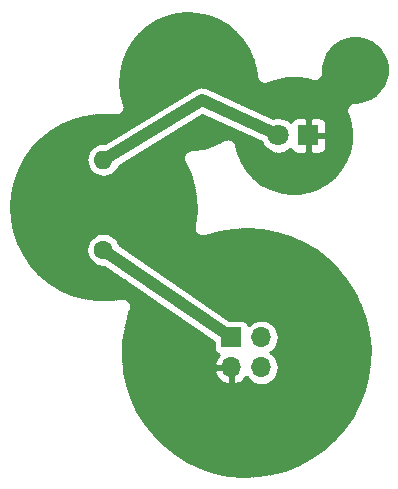
<source format=gbr>
G04 #@! TF.GenerationSoftware,KiCad,Pcbnew,(5.0.0)*
G04 #@! TF.CreationDate,2018-08-31T01:49:10-05:00*
G04 #@! TF.ProjectId,OSHWA Addon,4F53485741204164646F6E2E6B696361,rev?*
G04 #@! TF.SameCoordinates,Original*
G04 #@! TF.FileFunction,Copper,L2,Bot,Signal*
G04 #@! TF.FilePolarity,Positive*
%FSLAX46Y46*%
G04 Gerber Fmt 4.6, Leading zero omitted, Abs format (unit mm)*
G04 Created by KiCad (PCBNEW (5.0.0)) date 08/31/18 01:49:10*
%MOMM*%
%LPD*%
G01*
G04 APERTURE LIST*
G04 #@! TA.AperFunction,ComponentPad*
%ADD10R,1.700000X1.700000*%
G04 #@! TD*
G04 #@! TA.AperFunction,ComponentPad*
%ADD11O,1.700000X1.700000*%
G04 #@! TD*
G04 #@! TA.AperFunction,ComponentPad*
%ADD12R,1.800000X1.800000*%
G04 #@! TD*
G04 #@! TA.AperFunction,ComponentPad*
%ADD13C,1.800000*%
G04 #@! TD*
G04 #@! TA.AperFunction,ComponentPad*
%ADD14C,1.600000*%
G04 #@! TD*
G04 #@! TA.AperFunction,ComponentPad*
%ADD15O,1.600000X1.600000*%
G04 #@! TD*
G04 #@! TA.AperFunction,Conductor*
%ADD16C,1.000000*%
G04 #@! TD*
G04 #@! TA.AperFunction,Conductor*
%ADD17C,0.254000*%
G04 #@! TD*
%ADD18C,0.254000*%
G04 APERTURE END LIST*
D10*
G04 #@! TO.P,J1,1*
G04 #@! TO.N,Net-(J1-Pad1)*
X18730000Y-27730000D03*
D11*
G04 #@! TO.P,J1,2*
G04 #@! TO.N,Net-(J1-Pad2)*
X21270000Y-27730000D03*
G04 #@! TO.P,J1,3*
G04 #@! TO.N,Net-(D1-Pad1)*
X18730000Y-30270000D03*
G04 #@! TO.P,J1,4*
G04 #@! TO.N,Net-(J1-Pad4)*
X21270000Y-30270000D03*
G04 #@! TD*
D12*
G04 #@! TO.P,D1,1*
G04 #@! TO.N,Net-(D1-Pad1)*
X25255115Y-10622036D03*
D13*
G04 #@! TO.P,D1,2*
G04 #@! TO.N,Net-(D1-Pad2)*
X22715115Y-10622036D03*
G04 #@! TD*
D14*
G04 #@! TO.P,R1,1*
G04 #@! TO.N,Net-(J1-Pad1)*
X7909315Y-20296430D03*
D15*
G04 #@! TO.P,R1,2*
G04 #@! TO.N,Net-(D1-Pad2)*
X7909315Y-12676430D03*
G04 #@! TD*
D16*
G04 #@! TO.N,Net-(D1-Pad2)*
X7909315Y-12676430D02*
X16220000Y-7610000D01*
X16220000Y-7610000D02*
X22715115Y-10622036D01*
G04 #@! TO.N,Net-(J1-Pad1)*
X18730000Y-27730000D02*
X7909315Y-20296430D01*
G04 #@! TD*
D17*
G04 #@! TO.N,Net-(D1-Pad1)*
X14957301Y-282214D02*
X14957302Y-282214D01*
X13497148Y-523514D02*
X16749140Y-523514D01*
X12826468Y-764814D02*
X17373466Y-764814D01*
X12304995Y-1006114D02*
X17860808Y-1006114D01*
X11931552Y-1247414D02*
X18276547Y-1247414D01*
X11569050Y-1488714D02*
X18599881Y-1488714D01*
X11299820Y-1730014D02*
X18896469Y-1730014D01*
X11030591Y-1971314D02*
X19160088Y-1971314D01*
X10805383Y-2212614D02*
X19376356Y-2212614D01*
X10609064Y-2453914D02*
X19592624Y-2453914D01*
X28561952Y-2453914D02*
X29827187Y-2453914D01*
X10412746Y-2695214D02*
X19771488Y-2695214D01*
X27937664Y-2695214D02*
X30484806Y-2695214D01*
X10255634Y-2936514D02*
X19927404Y-2936514D01*
X27555015Y-2936514D02*
X30848015Y-2936514D01*
X10115580Y-3177814D02*
X20083320Y-3177814D01*
X27299078Y-3177814D02*
X31118494Y-3177814D01*
X9975527Y-3419114D02*
X20216031Y-3419114D01*
X27086487Y-3419114D02*
X31343848Y-3419114D01*
X9856795Y-3660414D02*
X20322803Y-3660414D01*
X26914458Y-3660414D02*
X31497656Y-3660414D01*
X9763534Y-3901714D02*
X20429575Y-3901714D01*
X26789101Y-3901714D02*
X31637815Y-3901714D01*
X9670272Y-4143014D02*
X20534418Y-4143014D01*
X26680221Y-4143014D02*
X31731961Y-4143014D01*
X9577010Y-4384314D02*
X20598482Y-4384314D01*
X26610897Y-4384314D02*
X31816136Y-4384314D01*
X9523492Y-4625614D02*
X20662545Y-4625614D01*
X26554807Y-4625614D02*
X31859179Y-4625614D01*
X9471624Y-4866914D02*
X20726608Y-4866914D01*
X26528713Y-4866914D02*
X31900029Y-4866914D01*
X9419755Y-5108214D02*
X20778139Y-5108214D01*
X26520767Y-5108214D02*
X31895454Y-5108214D01*
X9379346Y-5349514D02*
X20809511Y-5349514D01*
X26510021Y-5349514D02*
X31890879Y-5349514D01*
X9366145Y-5590814D02*
X20840883Y-5590814D01*
X26449155Y-5590814D02*
X31844876Y-5590814D01*
X9352944Y-5832114D02*
X20902841Y-5832114D01*
X23105682Y-5832114D02*
X24880154Y-5832114D01*
X26276524Y-5832114D02*
X31792326Y-5832114D01*
X9339743Y-6073414D02*
X21070851Y-6073414D01*
X22245343Y-6073414D02*
X31701569Y-6073414D01*
X9347612Y-6314714D02*
X31596718Y-6314714D01*
X9372414Y-6556014D02*
X15792628Y-6556014D01*
X16644455Y-6556014D02*
X31446597Y-6556014D01*
X9397216Y-6797314D02*
X15372607Y-6797314D01*
X17165400Y-6797314D02*
X31279600Y-6797314D01*
X9422019Y-7038614D02*
X14976792Y-7038614D01*
X17685736Y-7038614D02*
X31036170Y-7038614D01*
X9479271Y-7279914D02*
X14580977Y-7279914D01*
X18206073Y-7279914D02*
X30736002Y-7279914D01*
X9543334Y-7521214D02*
X14185162Y-7521214D01*
X18726409Y-7521214D02*
X30310115Y-7521214D01*
X9607398Y-7762514D02*
X13789347Y-7762514D01*
X19246745Y-7762514D02*
X29380821Y-7762514D01*
X9671461Y-8003814D02*
X13393532Y-8003814D01*
X19767082Y-8003814D02*
X28660216Y-8003814D01*
X9695917Y-8245114D02*
X12997718Y-8245114D01*
X20287418Y-8245114D02*
X28509966Y-8245114D01*
X9637717Y-8486414D02*
X12601903Y-8486414D01*
X20807754Y-8486414D02*
X28464529Y-8486414D01*
X9471149Y-8727714D02*
X12206088Y-8727714D01*
X21328091Y-8727714D02*
X28496127Y-8727714D01*
X6787752Y-8969014D02*
X11810273Y-8969014D01*
X16171228Y-8969014D02*
X16452695Y-8969014D01*
X21848427Y-8969014D02*
X28571057Y-8969014D01*
X5685025Y-9210314D02*
X11414458Y-9210314D01*
X15775413Y-9210314D02*
X16973031Y-9210314D01*
X23318065Y-9210314D02*
X23977991Y-9210314D01*
X25092643Y-9210314D02*
X25417587Y-9210314D01*
X26532240Y-9210314D02*
X28645987Y-9210314D01*
X4994248Y-9451614D02*
X11018643Y-9451614D01*
X15379598Y-9451614D02*
X17493367Y-9451614D01*
X23715510Y-9451614D02*
X23779809Y-9451614D01*
X25128115Y-9451614D02*
X25382115Y-9451614D01*
X26730422Y-9451614D02*
X28720918Y-9451614D01*
X4428090Y-9692914D02*
X10622829Y-9692914D01*
X14983784Y-9692914D02*
X18013704Y-9692914D01*
X25128115Y-9692914D02*
X25382115Y-9692914D01*
X26790115Y-9692914D02*
X28774412Y-9692914D01*
X4004628Y-9934214D02*
X10227014Y-9934214D01*
X14587969Y-9934214D02*
X18534040Y-9934214D01*
X25128115Y-9934214D02*
X25382115Y-9934214D01*
X26790115Y-9934214D02*
X28806398Y-9934214D01*
X3601190Y-10175514D02*
X9831199Y-10175514D01*
X14192154Y-10175514D02*
X19054376Y-10175514D01*
X25128115Y-10175514D02*
X25382115Y-10175514D01*
X26790115Y-10175514D02*
X28838384Y-10175514D01*
X3260262Y-10416814D02*
X9435384Y-10416814D01*
X13796339Y-10416814D02*
X19574712Y-10416814D01*
X25128115Y-10416814D02*
X25382115Y-10416814D01*
X26709587Y-10416814D02*
X28866104Y-10416814D01*
X2958899Y-10658114D02*
X9039569Y-10658114D01*
X13400524Y-10658114D02*
X20095048Y-10658114D01*
X25108115Y-10658114D02*
X28857049Y-10658114D01*
X2657536Y-10899414D02*
X8643754Y-10899414D01*
X13004709Y-10899414D02*
X18274919Y-10899414D01*
X18619560Y-10899414D02*
X20615385Y-10899414D01*
X25128115Y-10899414D02*
X25382115Y-10899414D01*
X26781743Y-10899414D02*
X28847995Y-10899414D01*
X2417944Y-11140714D02*
X8247940Y-11140714D01*
X12608894Y-11140714D02*
X17746278Y-11140714D01*
X19009128Y-11140714D02*
X21135721Y-11140714D01*
X25128115Y-11140714D02*
X25382115Y-11140714D01*
X26790115Y-11140714D02*
X28838940Y-11140714D01*
X2188831Y-11382014D02*
X7286852Y-11382014D01*
X12213079Y-11382014D02*
X17263430Y-11382014D01*
X19145374Y-11382014D02*
X21376787Y-11382014D01*
X25128115Y-11382014D02*
X25382115Y-11382014D01*
X26790115Y-11382014D02*
X28801555Y-11382014D01*
X1959718Y-11623314D02*
X6930537Y-11623314D01*
X11817264Y-11623314D02*
X16503362Y-11623314D01*
X19208139Y-11623314D02*
X21545576Y-11623314D01*
X25128115Y-11623314D02*
X25382115Y-11623314D01*
X26782409Y-11623314D02*
X28750929Y-11623314D01*
X1767074Y-11864614D02*
X6719177Y-11864614D01*
X11421449Y-11864614D02*
X15099061Y-11864614D01*
X19268156Y-11864614D02*
X21811838Y-11864614D01*
X23618391Y-11864614D02*
X23820310Y-11864614D01*
X25128115Y-11864614D02*
X25382115Y-11864614D01*
X26689919Y-11864614D02*
X28700303Y-11864614D01*
X1593580Y-12105914D02*
X6587133Y-12105914D01*
X11025635Y-12105914D02*
X14799202Y-12105914D01*
X19328174Y-12105914D02*
X22306922Y-12105914D01*
X23123307Y-12105914D02*
X24105386Y-12105914D01*
X25020487Y-12105914D02*
X25489743Y-12105914D01*
X26404843Y-12105914D02*
X28634958Y-12105914D01*
X1420086Y-12347214D02*
X6509612Y-12347214D01*
X10629820Y-12347214D02*
X14683407Y-12347214D01*
X19428163Y-12347214D02*
X28539669Y-12347214D01*
X1249956Y-12588514D02*
X6476032Y-12588514D01*
X10234005Y-12588514D02*
X14660878Y-12588514D01*
X19528858Y-12588514D02*
X28444380Y-12588514D01*
X1122108Y-12829814D02*
X6482479Y-12829814D01*
X9838190Y-12829814D02*
X14720288Y-12829814D01*
X19629554Y-12829814D02*
X28341725Y-12829814D01*
X994260Y-13071114D02*
X6529470Y-13071114D01*
X9442375Y-13071114D02*
X14832491Y-13071114D01*
X19771802Y-13071114D02*
X28195306Y-13071114D01*
X866412Y-13312414D02*
X6622126Y-13312414D01*
X9196503Y-13312414D02*
X14945871Y-13312414D01*
X19924647Y-13312414D02*
X28048888Y-13312414D01*
X745485Y-13553714D02*
X6772904Y-13553714D01*
X9045725Y-13553714D02*
X15059250Y-13553714D01*
X20077491Y-13553714D02*
X27888866Y-13553714D01*
X657106Y-13795014D02*
X7010309Y-13795014D01*
X8808320Y-13795014D02*
X15172629Y-13795014D01*
X20288893Y-13795014D02*
X27679484Y-13795014D01*
X568727Y-14036314D02*
X7448829Y-14036314D01*
X8369800Y-14036314D02*
X15257970Y-14036314D01*
X20506550Y-14036314D02*
X27470102Y-14036314D01*
X480347Y-14277614D02*
X15333438Y-14277614D01*
X20756078Y-14277614D02*
X27207300Y-14277614D01*
X393137Y-14518914D02*
X15408906Y-14518914D01*
X21062177Y-14518914D02*
X26913024Y-14518914D01*
X340455Y-14760214D02*
X15484374Y-14760214D01*
X21401267Y-14760214D02*
X26559433Y-14760214D01*
X287772Y-15001514D02*
X15541435Y-15001514D01*
X21844780Y-15001514D02*
X26135548Y-15001514D01*
X235090Y-15242814D02*
X15582107Y-15242814D01*
X22447147Y-15242814D02*
X25527826Y-15242814D01*
X182407Y-15484114D02*
X15622778Y-15484114D01*
X23547163Y-15484114D02*
X24464952Y-15484114D01*
X154021Y-15725414D02*
X15663450Y-15725414D01*
X134962Y-15966714D02*
X15698186Y-15966714D01*
X115904Y-16208014D02*
X15705632Y-16208014D01*
X96845Y-16449314D02*
X15713078Y-16449314D01*
X88467Y-16690614D02*
X15720523Y-16690614D01*
X102313Y-16931914D02*
X15727969Y-16931914D01*
X116159Y-17173214D02*
X15710078Y-17173214D01*
X130005Y-17414514D02*
X15684578Y-17414514D01*
X143851Y-17655814D02*
X15659077Y-17655814D01*
X188452Y-17897114D02*
X15633577Y-17897114D01*
X235723Y-18138414D02*
X15601781Y-18138414D01*
X282994Y-18379714D02*
X15560287Y-18379714D01*
X330265Y-18621014D02*
X15578232Y-18621014D01*
X18818664Y-18621014D02*
X21133260Y-18621014D01*
X398368Y-18862314D02*
X7763536Y-18862314D01*
X8055095Y-18862314D02*
X15687271Y-18862314D01*
X17502223Y-18862314D02*
X22536876Y-18862314D01*
X480909Y-19103614D02*
X7111560Y-19103614D01*
X8707071Y-19103614D02*
X15967682Y-19103614D01*
X16661252Y-19103614D02*
X23309087Y-19103614D01*
X563449Y-19344914D02*
X6831435Y-19344914D01*
X8987195Y-19344914D02*
X23968370Y-19344914D01*
X645989Y-19586214D02*
X6658008Y-19586214D01*
X9160623Y-19586214D02*
X24505532Y-19586214D01*
X744660Y-19827514D02*
X6550315Y-19827514D01*
X9268316Y-19827514D02*
X24990293Y-19827514D01*
X865937Y-20068814D02*
X6491478Y-20068814D01*
X9582448Y-20068814D02*
X25393632Y-20068814D01*
X987214Y-20310114D02*
X6474315Y-20310114D01*
X9933696Y-20310114D02*
X25796971Y-20310114D01*
X1108490Y-20551414D02*
X6496921Y-20551414D01*
X10284945Y-20551414D02*
X26129040Y-20551414D01*
X1250868Y-20792714D02*
X6561650Y-20792714D01*
X10636194Y-20792714D02*
X26442486Y-20792714D01*
X1416611Y-21034014D02*
X6676293Y-21034014D01*
X10987442Y-21034014D02*
X26755931Y-21034014D01*
X1582353Y-21275314D02*
X6858803Y-21275314D01*
X11338691Y-21275314D02*
X27022781Y-21275314D01*
X1748095Y-21516614D02*
X7152518Y-21516614D01*
X11689940Y-21516614D02*
X27270135Y-21516614D01*
X1958841Y-21757914D02*
X8032264Y-21757914D01*
X12041188Y-21757914D02*
X27517488Y-21757914D01*
X2178284Y-21999214D02*
X8383513Y-21999214D01*
X12392437Y-21999214D02*
X27756007Y-21999214D01*
X2397727Y-22240514D02*
X8734761Y-22240514D01*
X12743686Y-22240514D02*
X27951476Y-22240514D01*
X2656780Y-22481814D02*
X9086010Y-22481814D01*
X13094934Y-22481814D02*
X28146945Y-22481814D01*
X2945208Y-22723114D02*
X9437259Y-22723114D01*
X13446183Y-22723114D02*
X28342414Y-22723114D01*
X3233635Y-22964414D02*
X9788507Y-22964414D01*
X13797432Y-22964414D02*
X28527725Y-22964414D01*
X3593422Y-23205714D02*
X10139756Y-23205714D01*
X14148680Y-23205714D02*
X28680326Y-23205714D01*
X3977850Y-23447014D02*
X10491004Y-23447014D01*
X14499929Y-23447014D02*
X28832927Y-23447014D01*
X4421804Y-23688314D02*
X10842253Y-23688314D01*
X14851178Y-23688314D02*
X28985528Y-23688314D01*
X4955827Y-23929614D02*
X11193502Y-23929614D01*
X15202426Y-23929614D02*
X29138129Y-23929614D01*
X5652475Y-24170914D02*
X11544750Y-24170914D01*
X15553675Y-24170914D02*
X29255313Y-24170914D01*
X6714937Y-24412214D02*
X9140017Y-24412214D01*
X9745831Y-24412214D02*
X11895999Y-24412214D01*
X15904924Y-24412214D02*
X29370975Y-24412214D01*
X10087804Y-24653514D02*
X12247248Y-24653514D01*
X16256173Y-24653514D02*
X29486638Y-24653514D01*
X10213853Y-24894814D02*
X12598496Y-24894814D01*
X16607421Y-24894814D02*
X29602301Y-24894814D01*
X10244661Y-25136114D02*
X12949745Y-25136114D01*
X16958670Y-25136114D02*
X29704955Y-25136114D01*
X10195593Y-25377414D02*
X13300994Y-25377414D01*
X17309919Y-25377414D02*
X29787616Y-25377414D01*
X10110443Y-25618714D02*
X13652242Y-25618714D01*
X17661167Y-25618714D02*
X29870277Y-25618714D01*
X10043569Y-25860014D02*
X14003491Y-25860014D01*
X18012416Y-25860014D02*
X29952939Y-25860014D01*
X9976695Y-26101314D02*
X14354739Y-26101314D01*
X18363665Y-26101314D02*
X30035600Y-26101314D01*
X9909820Y-26342614D02*
X14705988Y-26342614D01*
X19921681Y-26342614D02*
X20727933Y-26342614D01*
X21812068Y-26342614D02*
X30099827Y-26342614D01*
X9842946Y-26583914D02*
X15057237Y-26583914D01*
X20141758Y-26583914D02*
X20325692Y-26583914D01*
X22214309Y-26583914D02*
X30152041Y-26583914D01*
X9778909Y-26825214D02*
X15408485Y-26825214D01*
X22448522Y-26825214D02*
X30204255Y-26825214D01*
X9741596Y-27066514D02*
X15759734Y-27066514D01*
X22599183Y-27066514D02*
X30256469Y-27066514D01*
X9704283Y-27307814D02*
X16110983Y-27307814D01*
X22693752Y-27307814D02*
X30308683Y-27307814D01*
X9666970Y-27549114D02*
X16462231Y-27549114D01*
X22744370Y-27549114D02*
X30341856Y-27549114D01*
X9629657Y-27790414D02*
X16813480Y-27790414D01*
X22756234Y-27790414D02*
X30365132Y-27790414D01*
X9595010Y-28031714D02*
X17164728Y-28031714D01*
X22730296Y-28031714D02*
X30388408Y-28031714D01*
X9586203Y-28273014D02*
X17241928Y-28273014D01*
X22657098Y-28273014D02*
X30411684Y-28273014D01*
X9577396Y-28514314D02*
X17241928Y-28514314D01*
X22534598Y-28514314D02*
X30434960Y-28514314D01*
X9568589Y-28755614D02*
X17269698Y-28755614D01*
X22349360Y-28755614D02*
X30440712Y-28755614D01*
X9559783Y-28996914D02*
X17400689Y-28996914D01*
X22049982Y-28996914D02*
X30435699Y-28996914D01*
X9551964Y-29238214D02*
X17667378Y-29238214D01*
X22344296Y-29238214D02*
X30430686Y-29238214D01*
X9571421Y-29479514D02*
X17475937Y-29479514D01*
X22531300Y-29479514D02*
X30425673Y-29479514D01*
X9590877Y-29720814D02*
X17354651Y-29720814D01*
X22655227Y-29720814D02*
X30420660Y-29720814D01*
X9610333Y-29962114D02*
X17314385Y-29962114D01*
X22728425Y-29962114D02*
X30399764Y-29962114D01*
X9629789Y-30203414D02*
X18877000Y-30203414D01*
X22755627Y-30203414D02*
X30366323Y-30203414D01*
X9649245Y-30444714D02*
X17384665Y-30444714D01*
X18603000Y-30444714D02*
X18857000Y-30444714D01*
X22744977Y-30444714D02*
X30332882Y-30444714D01*
X9697200Y-30686014D02*
X17306457Y-30686014D01*
X18603000Y-30686014D02*
X18857000Y-30686014D01*
X22695623Y-30686014D02*
X30299441Y-30686014D01*
X9745459Y-30927314D02*
X17406152Y-30927314D01*
X18603000Y-30927314D02*
X18857000Y-30927314D01*
X22602481Y-30927314D02*
X30265999Y-30927314D01*
X9793718Y-31168614D02*
X17556588Y-31168614D01*
X18603000Y-31168614D02*
X18857000Y-31168614D01*
X19903411Y-31168614D02*
X20086413Y-31168614D01*
X22453586Y-31168614D02*
X30216562Y-31168614D01*
X9841977Y-31409914D02*
X17787334Y-31409914D01*
X18603000Y-31409914D02*
X18857000Y-31409914D01*
X19672665Y-31409914D02*
X20318170Y-31409914D01*
X22221829Y-31409914D02*
X30153752Y-31409914D01*
X9891016Y-31651214D02*
X18203213Y-31651214D01*
X18487927Y-31651214D02*
X18972072Y-31651214D01*
X19256786Y-31651214D02*
X20707586Y-31651214D01*
X21832413Y-31651214D02*
X30090942Y-31651214D01*
X9969464Y-31892514D02*
X30028132Y-31892514D01*
X10047913Y-32133814D02*
X29965322Y-32133814D01*
X10126362Y-32375114D02*
X29882343Y-32375114D01*
X10204811Y-32616414D02*
X29788311Y-32616414D01*
X10290164Y-32857714D02*
X29694280Y-32857714D01*
X10401200Y-33099014D02*
X29600248Y-33099014D01*
X10512236Y-33340314D02*
X29506216Y-33340314D01*
X10623271Y-33581614D02*
X29380380Y-33581614D01*
X10734307Y-33822914D02*
X29252132Y-33822914D01*
X10867618Y-34064214D02*
X29123883Y-34064214D01*
X11014965Y-34305514D02*
X28995635Y-34305514D01*
X11162311Y-34546814D02*
X28849561Y-34546814D01*
X11309658Y-34788114D02*
X28682538Y-34788114D01*
X11469300Y-35029414D02*
X28515515Y-35029414D01*
X11658570Y-35270714D02*
X28348492Y-35270714D01*
X11847840Y-35512014D02*
X28167887Y-35512014D01*
X12037110Y-35753314D02*
X27955225Y-35753314D01*
X12242036Y-35994614D02*
X27742564Y-35994614D01*
X12481739Y-36235914D02*
X27529903Y-36235914D01*
X12721442Y-36477214D02*
X27289152Y-36477214D01*
X12961146Y-36718514D02*
X27020311Y-36718514D01*
X13246708Y-36959814D02*
X26751470Y-36959814D01*
X13550170Y-37201114D02*
X26473941Y-37201114D01*
X13853632Y-37442414D02*
X26132000Y-37442414D01*
X14205934Y-37683714D02*
X25790059Y-37683714D01*
X14595259Y-37925014D02*
X25427628Y-37925014D01*
X14984584Y-38166314D02*
X24983389Y-38166314D01*
X15487600Y-38407614D02*
X24539150Y-38407614D01*
X16002950Y-38648914D02*
X23970417Y-38648914D01*
X16677318Y-38890214D02*
X23367424Y-38890214D01*
X17472992Y-39131514D02*
X22501768Y-39131514D01*
X18851700Y-39372814D02*
X21176766Y-39372814D01*
X31900239Y-4855797D02*
X31900239Y-4855797D01*
X31658939Y-3955854D02*
X31658939Y-6171519D01*
X31417639Y-3534879D02*
X31417639Y-6597855D01*
X31176339Y-3238314D02*
X31176339Y-6902713D01*
X30935039Y-2997643D02*
X30935039Y-7136663D01*
X30693739Y-2828142D02*
X30693739Y-7307269D01*
X30452439Y-2680880D02*
X30452439Y-7463456D01*
X30211139Y-2574021D02*
X30211139Y-7560628D01*
X30211139Y-26857023D02*
X30211139Y-31189444D01*
X29969839Y-2486025D02*
X29969839Y-7656721D01*
X29969839Y-25909346D02*
X29969839Y-32116458D01*
X29728539Y-2431707D02*
X29728539Y-7703866D01*
X29728539Y-25204958D02*
X29728539Y-32769798D01*
X29487239Y-2388412D02*
X29487239Y-7748650D01*
X29487239Y-24654766D02*
X29487239Y-33380557D01*
X29245939Y-2382152D02*
X29245939Y-7768048D01*
X29245939Y-24151356D02*
X29245939Y-33834564D01*
X29004639Y-2378134D02*
X29004639Y-7796900D01*
X29004639Y-23718532D02*
X29004639Y-34288571D01*
X28763339Y-2419441D02*
X28763339Y-7912416D01*
X28763339Y-9609377D02*
X28763339Y-11564161D01*
X28763339Y-23336977D02*
X28763339Y-34671379D01*
X28522039Y-2460747D02*
X28522039Y-8220414D01*
X28522039Y-8811158D02*
X28522039Y-12391857D01*
X28522039Y-22955422D02*
X28522039Y-35019987D01*
X28280739Y-2547637D02*
X28280739Y-12930318D01*
X28280739Y-22646977D02*
X28280739Y-35368596D01*
X28039439Y-2639847D02*
X28039439Y-13327984D01*
X28039439Y-22349100D02*
X28039439Y-35657758D01*
X27798139Y-2782786D02*
X27798139Y-13658270D01*
X27798139Y-22051224D02*
X27798139Y-35931554D01*
X27556839Y-2934796D02*
X27556839Y-13936354D01*
X27556839Y-21796301D02*
X27556839Y-36205350D01*
X27315539Y-3162296D02*
X27315539Y-14188860D01*
X27315539Y-21560906D02*
X27315539Y-36453529D01*
X27074239Y-3436295D02*
X27074239Y-14386720D01*
X27074239Y-21325512D02*
X27074239Y-36670110D01*
X26832939Y-3804563D02*
X26832939Y-14584581D01*
X26832939Y-21093296D02*
X26832939Y-36886690D01*
X26591639Y-4467165D02*
X26591639Y-9260534D01*
X26591639Y-10495036D02*
X26591639Y-10749036D01*
X26591639Y-11983538D02*
X26591639Y-14741880D01*
X26591639Y-20907536D02*
X26591639Y-37103270D01*
X26350339Y-5752379D02*
X26350339Y-9115582D01*
X26350339Y-10495036D02*
X26350339Y-10749036D01*
X26350339Y-12128491D02*
X26350339Y-14879242D01*
X26350339Y-20721776D02*
X26350339Y-37288336D01*
X26109039Y-5944933D02*
X26109039Y-9087036D01*
X26109039Y-10495036D02*
X26109039Y-10749036D01*
X26109039Y-12157036D02*
X26109039Y-15016604D01*
X26109039Y-20536015D02*
X26109039Y-37458616D01*
X25867739Y-6018471D02*
X25867739Y-9087036D01*
X25867739Y-10495036D02*
X25867739Y-10749036D01*
X25867739Y-12157036D02*
X25867739Y-15119424D01*
X25867739Y-20352450D02*
X25867739Y-37628896D01*
X25626439Y-6008166D02*
X25626439Y-9087036D01*
X25626439Y-10495036D02*
X25626439Y-10749036D01*
X25626439Y-12157036D02*
X25626439Y-15207017D01*
X25626439Y-20208091D02*
X25626439Y-37799176D01*
X25385139Y-5942386D02*
X25385139Y-9242762D01*
X25385139Y-10495036D02*
X25385139Y-10749036D01*
X25385139Y-12001310D02*
X25385139Y-15294609D01*
X25385139Y-20063732D02*
X25385139Y-37948092D01*
X25143839Y-5873114D02*
X25143839Y-9245786D01*
X25143839Y-9245786D02*
X25143839Y-10749036D01*
X25143839Y-10749036D02*
X25143839Y-15361338D01*
X25143839Y-19919373D02*
X25143839Y-38079161D01*
X24902539Y-5835492D02*
X24902539Y-9087036D01*
X24902539Y-12157036D02*
X24902539Y-15404976D01*
X24902539Y-19775014D02*
X24902539Y-38210229D01*
X24661239Y-5799068D02*
X24661239Y-9087036D01*
X24661239Y-12157036D02*
X24661239Y-15448615D01*
X24661239Y-19656159D02*
X24661239Y-38341297D01*
X24419939Y-5762644D02*
X24419939Y-9087036D01*
X24419939Y-12157036D02*
X24419939Y-15487939D01*
X24419939Y-19547764D02*
X24419939Y-38469028D01*
X24178639Y-5747485D02*
X24178639Y-9109699D01*
X24178639Y-12134372D02*
X24178639Y-15490259D01*
X24178639Y-19439369D02*
X24178639Y-38565589D01*
X23937339Y-5752185D02*
X23937339Y-9241786D01*
X23937339Y-12002286D02*
X23937339Y-15492580D01*
X23937339Y-19330974D02*
X23937339Y-38662150D01*
X23696039Y-5756885D02*
X23696039Y-9432143D01*
X23696039Y-11811929D02*
X23696039Y-15494900D01*
X23696039Y-19225546D02*
X23696039Y-38758711D01*
X23454739Y-5765428D02*
X23454739Y-9270109D01*
X23454739Y-11973964D02*
X23454739Y-15469230D01*
X23454739Y-19149510D02*
X23454739Y-38855273D01*
X23213439Y-5811528D02*
X23213439Y-9166977D01*
X23213439Y-12077096D02*
X23213439Y-15430368D01*
X23213439Y-19073474D02*
X23213439Y-38939359D01*
X22972139Y-5857628D02*
X22972139Y-9108089D01*
X22972139Y-12135984D02*
X22972139Y-15391507D01*
X22972139Y-18997437D02*
X22972139Y-39004511D01*
X22730839Y-5903728D02*
X22730839Y-9087036D01*
X22730839Y-12157036D02*
X22730839Y-15339662D01*
X22730839Y-18921401D02*
X22730839Y-27430075D01*
X22730839Y-28029926D02*
X22730839Y-29970075D01*
X22730839Y-30569926D02*
X22730839Y-39069663D01*
X22489539Y-5982036D02*
X22489539Y-9101833D01*
X22489539Y-12142238D02*
X22489539Y-15257286D01*
X22489539Y-18853292D02*
X22489539Y-26875194D01*
X22489539Y-28584807D02*
X22489539Y-29415194D01*
X22489539Y-31124807D02*
X22489539Y-39134815D01*
X22248239Y-6072331D02*
X22248239Y-9153950D01*
X22248239Y-12090121D02*
X22248239Y-15174911D01*
X22248239Y-18807304D02*
X22248239Y-26611760D01*
X22248239Y-28848241D02*
X22248239Y-29151760D01*
X22248239Y-31388241D02*
X22248239Y-39199967D01*
X22006939Y-6162626D02*
X22006939Y-9042523D01*
X22006939Y-11990171D02*
X22006939Y-15089740D01*
X22006939Y-18761316D02*
X22006939Y-26440079D01*
X22006939Y-31559922D02*
X22006939Y-39250079D01*
X21765639Y-6249165D02*
X21765639Y-8930623D01*
X21765639Y-11833744D02*
X21765639Y-14958457D01*
X21765639Y-18715328D02*
X21765639Y-26328531D01*
X21765639Y-31671470D02*
X21765639Y-39285753D01*
X21524339Y-6272249D02*
X21524339Y-8818723D01*
X21524339Y-11602077D02*
X21524339Y-14827174D01*
X21524339Y-18669340D02*
X21524339Y-26262866D01*
X21524339Y-31737135D02*
X21524339Y-39321428D01*
X21283039Y-6213426D02*
X21283039Y-8706823D01*
X21283039Y-11209030D02*
X21283039Y-14693022D01*
X21283039Y-18631724D02*
X21283039Y-26245000D01*
X21283039Y-31755000D02*
X21283039Y-39357102D01*
X21041739Y-6044715D02*
X21041739Y-8594922D01*
X21041739Y-11097130D02*
X21041739Y-14502803D01*
X21041739Y-18614469D02*
X21041739Y-26260296D01*
X21041739Y-31739703D02*
X21041739Y-39392776D01*
X20800439Y-5279730D02*
X20800439Y-8483022D01*
X20800439Y-10985230D02*
X20800439Y-14312585D01*
X20800439Y-18597214D02*
X20800439Y-26320619D01*
X20800439Y-31679380D02*
X20800439Y-39414137D01*
X20559139Y-4236124D02*
X20559139Y-8371122D01*
X20559139Y-10873330D02*
X20559139Y-14094617D01*
X20559139Y-18579959D02*
X20559139Y-26426139D01*
X20559139Y-31573860D02*
X20559139Y-39421339D01*
X20317839Y-3649194D02*
X20317839Y-8259222D01*
X20317839Y-10761430D02*
X20317839Y-13827105D01*
X20317839Y-18562704D02*
X20317839Y-26590358D01*
X20317839Y-31409641D02*
X20317839Y-39428542D01*
X20076539Y-3167318D02*
X20076539Y-8147322D01*
X20076539Y-10649530D02*
X20076539Y-13552212D01*
X20076539Y-18552297D02*
X20076539Y-26484080D01*
X20076539Y-31156582D02*
X20076539Y-39435744D01*
X19835239Y-2793876D02*
X19835239Y-8035422D01*
X19835239Y-10537630D02*
X19835239Y-13171265D01*
X19835239Y-18563296D02*
X19835239Y-26296410D01*
X19835239Y-31260012D02*
X19835239Y-39442947D01*
X19593939Y-2455381D02*
X19593939Y-7923522D01*
X19593939Y-10425729D02*
X19593939Y-12744471D01*
X19593939Y-18574294D02*
X19593939Y-26243301D01*
X19593939Y-31475553D02*
X19593939Y-39437624D01*
X19352639Y-2186151D02*
X19352639Y-7811622D01*
X19352639Y-10313829D02*
X19352639Y-12166234D01*
X19352639Y-18585293D02*
X19352639Y-26241928D01*
X19352639Y-31617213D02*
X19352639Y-39416555D01*
X19111339Y-1916922D02*
X19111339Y-7699722D01*
X19111339Y-10201929D02*
X19111339Y-11298002D01*
X19111339Y-18596291D02*
X19111339Y-26241928D01*
X19111339Y-31702809D02*
X19111339Y-39395485D01*
X18870039Y-1708510D02*
X18870039Y-7587821D01*
X18870039Y-10090029D02*
X18870039Y-11011499D01*
X18870039Y-18612593D02*
X18870039Y-26241928D01*
X18870039Y-30143000D02*
X18870039Y-30397000D01*
X18870039Y-31597658D02*
X18870039Y-39374416D01*
X18628739Y-1512192D02*
X18628739Y-7475921D01*
X18628739Y-9978129D02*
X18628739Y-10901694D01*
X18628739Y-18652149D02*
X18628739Y-26241928D01*
X18628739Y-30123000D02*
X18628739Y-39353346D01*
X18387439Y-1315873D02*
X18387439Y-7364021D01*
X18387439Y-9866229D02*
X18387439Y-10881478D01*
X18387439Y-18691706D02*
X18387439Y-26117647D01*
X18387439Y-30143000D02*
X18387439Y-30397000D01*
X18387439Y-31703960D02*
X18387439Y-39320724D01*
X18146139Y-1171723D02*
X18146139Y-7252121D01*
X18146139Y-9754329D02*
X18146139Y-10943425D01*
X18146139Y-18731263D02*
X18146139Y-25951880D01*
X18146139Y-30143000D02*
X18146139Y-30397000D01*
X18146139Y-31630967D02*
X18146139Y-39270796D01*
X17904839Y-1031669D02*
X17904839Y-7140221D01*
X17904839Y-9642429D02*
X17904839Y-11061473D01*
X17904839Y-18770820D02*
X17904839Y-25786112D01*
X17904839Y-30143000D02*
X17904839Y-30397000D01*
X17904839Y-31498651D02*
X17904839Y-39220869D01*
X17663539Y-891616D02*
X17663539Y-7028321D01*
X17663539Y-9530528D02*
X17663539Y-11182061D01*
X17663539Y-18816028D02*
X17663539Y-25620344D01*
X17663539Y-29177910D02*
X17663539Y-29241673D01*
X17663539Y-30143000D02*
X17663539Y-30397000D01*
X17663539Y-31298326D02*
X17663539Y-39170941D01*
X17422239Y-783664D02*
X17422239Y-6916421D01*
X17422239Y-9418628D02*
X17422239Y-11302650D01*
X17422239Y-18885264D02*
X17422239Y-25454577D01*
X17422239Y-29023172D02*
X17422239Y-29578913D01*
X17422239Y-30143000D02*
X17422239Y-30397000D01*
X17422239Y-30961086D02*
X17422239Y-39121013D01*
X17180939Y-690402D02*
X17180939Y-6804521D01*
X17180939Y-9306728D02*
X17180939Y-11408981D01*
X17180939Y-18954501D02*
X17180939Y-25288809D01*
X17180939Y-28042849D02*
X17180939Y-30626890D01*
X17180939Y-30626890D02*
X17180939Y-39057652D01*
X16939639Y-597141D02*
X16939639Y-6692621D01*
X16939639Y-9194828D02*
X16939639Y-11485309D01*
X16939639Y-19023737D02*
X16939639Y-25123041D01*
X16939639Y-27877082D02*
X16939639Y-30626890D01*
X16939639Y-30626890D02*
X16939639Y-38977428D01*
X16698339Y-511765D02*
X16698339Y-6574843D01*
X16698339Y-9082928D02*
X16698339Y-11561638D01*
X16698339Y-19092973D02*
X16698339Y-24957273D01*
X16698339Y-27711314D02*
X16698339Y-30626890D01*
X16698339Y-30626890D02*
X16698339Y-38897204D01*
X16457039Y-459896D02*
X16457039Y-6497167D01*
X16457039Y-8971028D02*
X16457039Y-11637966D01*
X16457039Y-19160208D02*
X16457039Y-24791506D01*
X16457039Y-27545546D02*
X16457039Y-30626890D01*
X16457039Y-30626890D02*
X16457039Y-38816979D01*
X16215739Y-408028D02*
X16215739Y-6473419D01*
X16215739Y-8941880D02*
X16215739Y-11684304D01*
X16215739Y-19175213D02*
X16215739Y-24625738D01*
X16215739Y-27379778D02*
X16215739Y-30626890D01*
X16215739Y-30626890D02*
X16215739Y-38736755D01*
X15974439Y-356159D02*
X15974439Y-6501169D01*
X15974439Y-9088983D02*
X15974439Y-11720596D01*
X15974439Y-19107003D02*
X15974439Y-24459970D01*
X15974439Y-27214011D02*
X15974439Y-30626890D01*
X15974439Y-30626890D02*
X15974439Y-38635565D01*
X15733139Y-324657D02*
X15733139Y-6584702D01*
X15733139Y-9236086D02*
X15733139Y-11756888D01*
X15733139Y-18922571D02*
X15733139Y-24294202D01*
X15733139Y-27048243D02*
X15733139Y-30626890D01*
X15733139Y-30626890D02*
X15733139Y-38522582D01*
X15491839Y-311457D02*
X15491839Y-6724626D01*
X15491839Y-9383190D02*
X15491839Y-11793180D01*
X15491839Y-14784080D02*
X15491839Y-24128435D01*
X15491839Y-26882475D02*
X15491839Y-30626890D01*
X15491839Y-30626890D02*
X15491839Y-38409599D01*
X15250539Y-298256D02*
X15250539Y-6871729D01*
X15250539Y-9530293D02*
X15250539Y-11816462D01*
X15250539Y-14012553D02*
X15250539Y-23962667D01*
X15250539Y-26716708D02*
X15250539Y-30626890D01*
X15250539Y-30626890D02*
X15250539Y-38296617D01*
X15009239Y-285055D02*
X15009239Y-7018832D01*
X15009239Y-9677396D02*
X15009239Y-11911047D01*
X15009239Y-13447276D02*
X15009239Y-23796899D01*
X15009239Y-26550940D02*
X15009239Y-30626890D01*
X15009239Y-30626890D02*
X15009239Y-38181596D01*
X14767939Y-301678D02*
X14767939Y-7165936D01*
X14767939Y-9824500D02*
X14767939Y-12152185D01*
X14767939Y-12933729D02*
X14767939Y-23631132D01*
X14767939Y-26385172D02*
X14767939Y-30626890D01*
X14767939Y-30626890D02*
X14767939Y-38032040D01*
X14526639Y-326481D02*
X14526639Y-7313039D01*
X14526639Y-9971603D02*
X14526639Y-23465364D01*
X14526639Y-26219404D02*
X14526639Y-30626890D01*
X14526639Y-30626890D02*
X14526639Y-37882485D01*
X14285339Y-351283D02*
X14285339Y-7460143D01*
X14285339Y-10118706D02*
X14285339Y-23299596D01*
X14285339Y-26053637D02*
X14285339Y-30626890D01*
X14285339Y-30626890D02*
X14285339Y-37732929D01*
X14044039Y-378319D02*
X14044039Y-7607246D01*
X14044039Y-10265810D02*
X14044039Y-23133828D01*
X14044039Y-25887869D02*
X14044039Y-30626890D01*
X14044039Y-30626890D02*
X14044039Y-37583374D01*
X13802739Y-442383D02*
X13802739Y-7754349D01*
X13802739Y-10412913D02*
X13802739Y-22968061D01*
X13802739Y-25722101D02*
X13802739Y-30626890D01*
X13802739Y-30626890D02*
X13802739Y-37401947D01*
X13561439Y-506446D02*
X13561439Y-7901453D01*
X13561439Y-10560016D02*
X13561439Y-22802293D01*
X13561439Y-25556333D02*
X13561439Y-30626890D01*
X13561439Y-30626890D02*
X13561439Y-37210076D01*
X13320139Y-570509D02*
X13320139Y-8048556D01*
X13320139Y-10707120D02*
X13320139Y-22636525D01*
X13320139Y-25390566D02*
X13320139Y-30626890D01*
X13320139Y-30626890D02*
X13320139Y-37018204D01*
X13078839Y-653144D02*
X13078839Y-8195659D01*
X13078839Y-10854223D02*
X13078839Y-22470758D01*
X13078839Y-25224798D02*
X13078839Y-30626890D01*
X13078839Y-30626890D02*
X13078839Y-36826333D01*
X12837539Y-759916D02*
X12837539Y-8342763D01*
X12837539Y-11001326D02*
X12837539Y-22304990D01*
X12837539Y-25059030D02*
X12837539Y-30626890D01*
X12837539Y-30626890D02*
X12837539Y-36594085D01*
X12596239Y-866687D02*
X12596239Y-8489866D01*
X12596239Y-11148430D02*
X12596239Y-22139222D01*
X12596239Y-24893262D02*
X12596239Y-30626890D01*
X12596239Y-30626890D02*
X12596239Y-36351178D01*
X12354939Y-973843D02*
X12354939Y-8636969D01*
X12354939Y-11295533D02*
X12354939Y-21973454D01*
X12354939Y-24727495D02*
X12354939Y-30626890D01*
X12354939Y-30626890D02*
X12354939Y-36108270D01*
X12113639Y-1129759D02*
X12113639Y-8784073D01*
X12113639Y-11442636D02*
X12113639Y-21807687D01*
X12113639Y-24561727D02*
X12113639Y-30626890D01*
X12113639Y-30626890D02*
X12113639Y-35850882D01*
X11872339Y-1285676D02*
X11872339Y-8931176D01*
X11872339Y-11589740D02*
X11872339Y-21641919D01*
X11872339Y-24395959D02*
X11872339Y-30626890D01*
X11872339Y-30626890D02*
X11872339Y-35543249D01*
X11631039Y-1441592D02*
X11631039Y-9078279D01*
X11631039Y-11736843D02*
X11631039Y-21476151D01*
X11631039Y-24230192D02*
X11631039Y-30626890D01*
X11631039Y-30626890D02*
X11631039Y-35235615D01*
X11389739Y-1649424D02*
X11389739Y-9225383D01*
X11389739Y-11883946D02*
X11389739Y-21310384D01*
X11389739Y-24064424D02*
X11389739Y-30626890D01*
X11389739Y-30626890D02*
X11389739Y-34919259D01*
X11148439Y-1865692D02*
X11148439Y-9372486D01*
X11148439Y-12031050D02*
X11148439Y-21144616D01*
X11148439Y-23898656D02*
X11148439Y-30626890D01*
X11148439Y-30626890D02*
X11148439Y-34524097D01*
X10907139Y-2087545D02*
X10907139Y-9519589D01*
X10907139Y-12178153D02*
X10907139Y-20978848D01*
X10907139Y-23732888D02*
X10907139Y-30626890D01*
X10907139Y-30626890D02*
X10907139Y-34128936D01*
X10665839Y-2384132D02*
X10665839Y-9666693D01*
X10665839Y-12325256D02*
X10665839Y-20813080D01*
X10665839Y-23567121D02*
X10665839Y-30626890D01*
X10665839Y-30626890D02*
X10665839Y-33674123D01*
X10424539Y-2680719D02*
X10424539Y-9813796D01*
X10424539Y-12472360D02*
X10424539Y-20647313D01*
X10424539Y-23401353D02*
X10424539Y-30626890D01*
X10424539Y-30626890D02*
X10424539Y-33149735D01*
X10183239Y-3061245D02*
X10183239Y-9960900D01*
X10183239Y-12619463D02*
X10183239Y-20481545D01*
X10183239Y-23235585D02*
X10183239Y-24812666D01*
X10183239Y-25412111D02*
X10183239Y-30626890D01*
X10183239Y-30626890D02*
X10183239Y-32550063D01*
X9941939Y-3476984D02*
X9941939Y-10108003D01*
X9941939Y-12766566D02*
X9941939Y-20315777D01*
X9941939Y-23069817D02*
X9941939Y-24512033D01*
X9941939Y-26226724D02*
X9941939Y-30626890D01*
X9941939Y-30626890D02*
X9941939Y-31807851D01*
X9700639Y-4064446D02*
X9700639Y-10255106D01*
X9700639Y-12913670D02*
X9700639Y-20150010D01*
X9700639Y-22904050D02*
X9700639Y-24398073D01*
X9700639Y-27331384D02*
X9700639Y-30626890D01*
X9700639Y-30626890D02*
X9700639Y-30703212D01*
X9459339Y-4924067D02*
X9459339Y-7204841D01*
X9459339Y-8740066D02*
X9459339Y-10402210D01*
X9459339Y-13060773D02*
X9459339Y-19984242D01*
X9459339Y-22738282D02*
X9459339Y-24374729D01*
X9218039Y-8886638D02*
X9218039Y-10549313D01*
X9218039Y-13272125D02*
X9218039Y-19706136D01*
X9218039Y-22572514D02*
X9218039Y-24402794D01*
X8976739Y-8933047D02*
X8976739Y-10696416D01*
X8976739Y-13637775D02*
X8976739Y-19334458D01*
X8976739Y-22406746D02*
X8976739Y-24431926D01*
X8735439Y-8915103D02*
X8735439Y-10843520D01*
X8735439Y-13854827D02*
X8735439Y-19122570D01*
X8735439Y-22240979D02*
X8735439Y-24461058D01*
X8494139Y-8891864D02*
X8494139Y-10990623D01*
X8494139Y-13990965D02*
X8494139Y-18985440D01*
X8494139Y-22075211D02*
X8494139Y-24490190D01*
X8252839Y-8890533D02*
X8252839Y-11137726D01*
X8252839Y-14071794D02*
X8252839Y-18901649D01*
X8252839Y-21909443D02*
X8252839Y-24510591D01*
X8011539Y-8889203D02*
X8011539Y-11244556D01*
X8011539Y-14108305D02*
X8011539Y-18861430D01*
X8011539Y-21743676D02*
X8011539Y-24506734D01*
X7770239Y-8887872D02*
X7770239Y-11248185D01*
X7770239Y-14104674D02*
X7770239Y-18861430D01*
X7770239Y-21731430D02*
X7770239Y-24502876D01*
X7528939Y-8886542D02*
X7528939Y-11292245D01*
X7528939Y-14060614D02*
X7528939Y-18908978D01*
X7528939Y-21683881D02*
X7528939Y-24499018D01*
X7287639Y-8903345D02*
X7287639Y-11381593D01*
X7287639Y-13971266D02*
X7287639Y-19000704D01*
X7287639Y-21592155D02*
X7287639Y-24495161D01*
X7046339Y-8935044D02*
X7046339Y-11528277D01*
X7046339Y-13824582D02*
X7046339Y-19147192D01*
X7046339Y-21445667D02*
X7046339Y-24463021D01*
X6805039Y-8966744D02*
X6805039Y-11759990D01*
X6805039Y-13592869D02*
X6805039Y-19371310D01*
X6805039Y-21221550D02*
X6805039Y-24426028D01*
X6563739Y-8998443D02*
X6563739Y-12168776D01*
X6563739Y-13184083D02*
X6563739Y-19795103D01*
X6563739Y-20797756D02*
X6563739Y-24389035D01*
X6322439Y-9036129D02*
X6322439Y-12676430D01*
X6322439Y-12676430D02*
X6322439Y-20155095D01*
X6322439Y-20155095D02*
X6322439Y-24352042D01*
X6081139Y-9102069D02*
X6081139Y-12676430D01*
X6081139Y-12676430D02*
X6081139Y-20155095D01*
X6081139Y-20155095D02*
X6081139Y-24298021D01*
X5839839Y-9168009D02*
X5839839Y-12676430D01*
X5839839Y-12676430D02*
X5839839Y-20155095D01*
X5839839Y-20155095D02*
X5839839Y-24226471D01*
X5598539Y-9233949D02*
X5598539Y-12676430D01*
X5598539Y-12676430D02*
X5598539Y-20155095D01*
X5598539Y-20155095D02*
X5598539Y-24154922D01*
X5357239Y-9299889D02*
X5357239Y-12676430D01*
X5357239Y-12676430D02*
X5357239Y-20155095D01*
X5357239Y-20155095D02*
X5357239Y-24083372D01*
X5115939Y-9399749D02*
X5115939Y-12676430D01*
X5115939Y-12676430D02*
X5115939Y-20155095D01*
X5115939Y-20155095D02*
X5115939Y-24001962D01*
X4874639Y-9502593D02*
X4874639Y-12676430D01*
X4874639Y-12676430D02*
X4874639Y-20155095D01*
X4874639Y-20155095D02*
X4874639Y-23892930D01*
X4633339Y-9605436D02*
X4633339Y-12676430D01*
X4633339Y-12676430D02*
X4633339Y-20155095D01*
X4633339Y-20155095D02*
X4633339Y-23783898D01*
X4392039Y-9708280D02*
X4392039Y-12676430D01*
X4392039Y-12676430D02*
X4392039Y-20155095D01*
X4392039Y-20155095D02*
X4392039Y-23674865D01*
X4150739Y-9846825D02*
X4150739Y-12676430D01*
X4150739Y-12676430D02*
X4150739Y-20155095D01*
X4150739Y-20155095D02*
X4150739Y-23555535D01*
X3909439Y-9991148D02*
X3909439Y-12676430D01*
X3909439Y-12676430D02*
X3909439Y-20155095D01*
X3909439Y-20155095D02*
X3909439Y-23404074D01*
X3668139Y-10135472D02*
X3668139Y-12676430D01*
X3668139Y-12676430D02*
X3668139Y-20155095D01*
X3668139Y-20155095D02*
X3668139Y-23252614D01*
X3426839Y-10283438D02*
X3426839Y-12676430D01*
X3426839Y-12676430D02*
X3426839Y-20155095D01*
X3426839Y-20155095D02*
X3426839Y-23101153D01*
X3185539Y-10476646D02*
X3185539Y-12676430D01*
X3185539Y-12676430D02*
X3185539Y-20155095D01*
X3185539Y-20155095D02*
X3185539Y-22924177D01*
X2944239Y-10669853D02*
X2944239Y-12676430D01*
X2944239Y-12676430D02*
X2944239Y-20155095D01*
X2944239Y-20155095D02*
X2944239Y-22722304D01*
X2702939Y-10863061D02*
X2702939Y-12676430D01*
X2702939Y-12676430D02*
X2702939Y-20155095D01*
X2702939Y-20155095D02*
X2702939Y-22520431D01*
X2461639Y-11094696D02*
X2461639Y-12676430D01*
X2461639Y-12676430D02*
X2461639Y-20155095D01*
X2461639Y-20155095D02*
X2461639Y-22310792D01*
X2220339Y-11348831D02*
X2220339Y-12676430D01*
X2220339Y-12676430D02*
X2220339Y-20155095D01*
X2220339Y-20155095D02*
X2220339Y-22045459D01*
X1979039Y-11602967D02*
X1979039Y-12676430D01*
X1979039Y-12676430D02*
X1979039Y-20155095D01*
X1979039Y-20155095D02*
X1979039Y-21780125D01*
X1737739Y-11905415D02*
X1737739Y-12676430D01*
X1737739Y-12676430D02*
X1737739Y-20155095D01*
X1737739Y-20155095D02*
X1737739Y-21501539D01*
X1496439Y-12241021D02*
X1496439Y-12676430D01*
X1496439Y-12676430D02*
X1496439Y-20155095D01*
X1496439Y-20155095D02*
X1496439Y-21150236D01*
X1255139Y-12578734D02*
X1255139Y-12676430D01*
X1255139Y-12676430D02*
X1255139Y-20155095D01*
X1255139Y-20155095D02*
X1255139Y-20798933D01*
X1013839Y-13034162D02*
X1013839Y-20155095D01*
X1013839Y-20155095D02*
X1013839Y-20363091D01*
X772539Y-13489592D02*
X772539Y-19882986D01*
X531239Y-14138667D02*
X531239Y-19250753D01*
X289939Y-14991593D02*
X289939Y-18415169D01*
D18*
X15860234Y-331611D02*
X16744310Y-521647D01*
X17587784Y-847647D01*
X18369872Y-1301581D01*
X19071318Y-1872269D01*
X19674857Y-2545665D01*
X20165617Y-3305178D01*
X20531527Y-4132122D01*
X20766113Y-5015709D01*
X20846512Y-5634104D01*
X20847491Y-5638748D01*
X20847740Y-5643106D01*
X20855713Y-5677738D01*
X20870310Y-5746956D01*
X20873682Y-5755783D01*
X20875625Y-5764222D01*
X20890644Y-5800185D01*
X20911468Y-5854697D01*
X20918554Y-5867016D01*
X20923520Y-5878907D01*
X20943799Y-5910905D01*
X20968975Y-5954673D01*
X20980908Y-5969457D01*
X20990051Y-5983884D01*
X21013719Y-6010108D01*
X21041414Y-6044422D01*
X21059127Y-6060423D01*
X21073321Y-6076150D01*
X21098490Y-6095980D01*
X21127000Y-6121734D01*
X21151169Y-6137485D01*
X21170945Y-6153066D01*
X21195889Y-6166629D01*
X21223626Y-6184705D01*
X21254640Y-6198574D01*
X21280133Y-6212435D01*
X21303338Y-6220350D01*
X21328914Y-6231787D01*
X21366900Y-6242031D01*
X21397763Y-6252558D01*
X21418005Y-6255813D01*
X21440271Y-6261817D01*
X21485137Y-6266606D01*
X21520472Y-6272287D01*
X21536847Y-6272125D01*
X21554954Y-6274058D01*
X21606549Y-6271437D01*
X21644750Y-6271060D01*
X21656745Y-6268887D01*
X21670140Y-6268207D01*
X21728821Y-6255833D01*
X21767045Y-6248910D01*
X21777336Y-6245603D01*
X21782993Y-6244410D01*
X21793296Y-6240474D01*
X21832972Y-6227724D01*
X22665393Y-5916231D01*
X23477137Y-5761148D01*
X24303408Y-5745054D01*
X25135040Y-5870589D01*
X25576544Y-5997335D01*
X25594011Y-6000783D01*
X25607946Y-6005605D01*
X25643094Y-6010473D01*
X25698476Y-6021407D01*
X25727376Y-6022147D01*
X25750036Y-6025286D01*
X25780664Y-6023513D01*
X25822719Y-6024590D01*
X25863197Y-6018734D01*
X25893243Y-6016994D01*
X25916073Y-6011084D01*
X25945724Y-6006794D01*
X25998019Y-5989870D01*
X26032112Y-5981044D01*
X26046089Y-5974313D01*
X26063971Y-5968526D01*
X26131330Y-5933263D01*
X26161353Y-5918805D01*
X26166882Y-5914652D01*
X26174079Y-5910884D01*
X26272902Y-5835513D01*
X26274462Y-5833838D01*
X26276045Y-5832649D01*
X26288345Y-5818934D01*
X26357613Y-5744569D01*
X26364636Y-5733864D01*
X26371817Y-5725857D01*
X26390078Y-5695085D01*
X26425789Y-5640652D01*
X26435251Y-5618960D01*
X26445022Y-5602495D01*
X26456141Y-5571072D01*
X26475482Y-5526734D01*
X26483910Y-5492596D01*
X26492873Y-5467265D01*
X26496771Y-5440498D01*
X26505270Y-5406072D01*
X26508760Y-5358175D01*
X26513546Y-5325315D01*
X26513956Y-5315061D01*
X26533664Y-4716571D01*
X26652928Y-4203501D01*
X26869575Y-3723370D01*
X27175356Y-3294461D01*
X27558619Y-2933117D01*
X28004773Y-2653094D01*
X28496817Y-2465064D01*
X29016011Y-2376187D01*
X29542584Y-2389848D01*
X30056471Y-2505527D01*
X30538105Y-2718817D01*
X30969137Y-3021596D01*
X31333148Y-3402326D01*
X31616278Y-3846513D01*
X31807738Y-4337230D01*
X31900239Y-4855797D01*
X31890254Y-5382445D01*
X31778165Y-5897136D01*
X31568244Y-6380242D01*
X31268483Y-6813376D01*
X30890299Y-7180041D01*
X30448105Y-7466262D01*
X29958732Y-7661145D01*
X29421541Y-7760843D01*
X29166665Y-7771302D01*
X29152246Y-7773316D01*
X29134646Y-7773316D01*
X29056137Y-7786737D01*
X29024597Y-7791142D01*
X29018997Y-7793087D01*
X29012139Y-7794259D01*
X28894912Y-7835544D01*
X28891890Y-7837226D01*
X28889088Y-7838199D01*
X28868797Y-7850080D01*
X28786316Y-7895989D01*
X28775404Y-7904763D01*
X28765300Y-7910679D01*
X28738448Y-7934477D01*
X28689458Y-7973868D01*
X28672952Y-7992526D01*
X28657947Y-8005824D01*
X28638123Y-8031894D01*
X28607106Y-8066953D01*
X28587872Y-8097977D01*
X28571119Y-8120007D01*
X28559591Y-8143591D01*
X28541616Y-8172583D01*
X28522957Y-8218537D01*
X28508124Y-8248881D01*
X28503398Y-8266705D01*
X28494858Y-8287737D01*
X28480479Y-8353143D01*
X28471360Y-8387537D01*
X28470723Y-8397524D01*
X28468173Y-8409123D01*
X28463046Y-8517867D01*
X28462228Y-8530693D01*
X28462385Y-8531881D01*
X28462320Y-8533270D01*
X28477469Y-8656628D01*
X28480432Y-8668042D01*
X28481075Y-8672896D01*
X28483695Y-8680613D01*
X28494866Y-8723653D01*
X28758446Y-9572465D01*
X28867045Y-10391723D01*
X28836056Y-11217568D01*
X28666361Y-12026392D01*
X28362819Y-12795050D01*
X27934103Y-13501580D01*
X27392473Y-14125776D01*
X26753419Y-14649786D01*
X26035208Y-15058633D01*
X25258378Y-15340624D01*
X24445139Y-15487697D01*
X23618755Y-15495644D01*
X22802836Y-15364240D01*
X22020733Y-15097244D01*
X21294788Y-14702283D01*
X20645771Y-14190659D01*
X20092241Y-13577001D01*
X19650013Y-12878843D01*
X19329215Y-12110102D01*
X19161140Y-11434359D01*
X19154163Y-11413886D01*
X19148648Y-11390097D01*
X19132333Y-11349825D01*
X19121051Y-11316717D01*
X19112678Y-11301307D01*
X19105343Y-11283201D01*
X19079702Y-11240616D01*
X19061715Y-11207513D01*
X19053446Y-11197012D01*
X19045850Y-11184396D01*
X19008962Y-11140517D01*
X18984826Y-11109865D01*
X18978047Y-11103743D01*
X18971632Y-11096113D01*
X18919623Y-11050987D01*
X18892583Y-11026570D01*
X18888490Y-11023974D01*
X18884517Y-11020527D01*
X18797160Y-10966054D01*
X18787627Y-10960008D01*
X18787135Y-10959802D01*
X18786650Y-10959500D01*
X18680442Y-10914534D01*
X18676461Y-10913545D01*
X18672955Y-10912080D01*
X18639541Y-10904376D01*
X18568508Y-10886736D01*
X18559729Y-10885976D01*
X18551847Y-10884159D01*
X18512993Y-10881931D01*
X18453602Y-10876790D01*
X18440072Y-10877749D01*
X18427765Y-10877043D01*
X18389845Y-10881308D01*
X18338556Y-10884943D01*
X18320675Y-10889089D01*
X18304260Y-10890935D01*
X18269960Y-10900847D01*
X18226201Y-10910992D01*
X18204677Y-10919712D01*
X18184860Y-10925438D01*
X18155612Y-10939588D01*
X18119305Y-10954296D01*
X17258665Y-11384395D01*
X16396496Y-11657118D01*
X15478157Y-11795238D01*
X15350505Y-11802693D01*
X15338827Y-11804302D01*
X15324606Y-11804666D01*
X15261922Y-11814895D01*
X15236249Y-11818431D01*
X15231570Y-11819848D01*
X15225929Y-11820768D01*
X15130349Y-11850112D01*
X15128000Y-11851201D01*
X15125862Y-11851848D01*
X15109369Y-11859836D01*
X15039637Y-11892156D01*
X15030374Y-11898095D01*
X15022060Y-11902122D01*
X14998325Y-11918645D01*
X14955470Y-11946123D01*
X14940465Y-11958923D01*
X14927402Y-11968017D01*
X14908299Y-11986363D01*
X14879405Y-12011012D01*
X14860112Y-12032642D01*
X14844218Y-12047906D01*
X14831342Y-12064895D01*
X14812852Y-12085625D01*
X14790864Y-12118306D01*
X14774555Y-12139826D01*
X14767431Y-12153135D01*
X14757040Y-12168580D01*
X14733697Y-12216161D01*
X14720128Y-12241511D01*
X14717382Y-12249415D01*
X14713002Y-12258343D01*
X14686623Y-12337956D01*
X14682279Y-12350459D01*
X14682043Y-12351778D01*
X14681555Y-12353250D01*
X14663278Y-12451548D01*
X14662955Y-12458315D01*
X14661939Y-12463986D01*
X14661392Y-12491077D01*
X14658512Y-12551418D01*
X14659864Y-12566667D01*
X14659609Y-12579297D01*
X14663469Y-12607320D01*
X14667343Y-12651009D01*
X14672743Y-12674651D01*
X14675347Y-12693553D01*
X14682331Y-12716623D01*
X14689608Y-12748481D01*
X14701595Y-12780258D01*
X14708764Y-12803940D01*
X14716741Y-12820411D01*
X14724896Y-12842029D01*
X14728133Y-12849012D01*
X15202154Y-13857849D01*
X15519921Y-14873869D01*
X15696857Y-15923612D01*
X15729689Y-16987644D01*
X15615799Y-18065333D01*
X15569514Y-18306632D01*
X15566996Y-18327265D01*
X15561818Y-18355642D01*
X15559951Y-18384982D01*
X15557401Y-18405878D01*
X15557630Y-18421466D01*
X15556364Y-18441368D01*
X15558514Y-18481586D01*
X15558871Y-18505850D01*
X15560322Y-18515397D01*
X15560950Y-18527145D01*
X15570888Y-18584921D01*
X15573893Y-18604698D01*
X15574843Y-18607916D01*
X15575511Y-18611802D01*
X15599850Y-18694181D01*
X15601302Y-18697575D01*
X15602192Y-18700591D01*
X15610189Y-18718351D01*
X15633635Y-18773158D01*
X15639362Y-18783135D01*
X15643245Y-18791757D01*
X15656135Y-18812352D01*
X15676401Y-18847655D01*
X15688123Y-18863462D01*
X15696289Y-18876509D01*
X15709862Y-18892776D01*
X15727569Y-18916653D01*
X15747123Y-18937432D01*
X15760344Y-18953277D01*
X15772247Y-18964130D01*
X15786437Y-18979209D01*
X15816382Y-19004372D01*
X15834226Y-19020642D01*
X15842643Y-19026440D01*
X15852201Y-19034471D01*
X15899115Y-19065335D01*
X15916567Y-19077356D01*
X15920073Y-19079124D01*
X15923963Y-19081683D01*
X16000744Y-19120199D01*
X16003572Y-19121225D01*
X16005843Y-19122370D01*
X16022513Y-19128096D01*
X16081494Y-19149494D01*
X16091993Y-19151964D01*
X16100402Y-19154853D01*
X16124333Y-19159574D01*
X16165111Y-19169168D01*
X16183886Y-19171320D01*
X16198494Y-19174202D01*
X16220052Y-19175467D01*
X16250451Y-19178952D01*
X16278141Y-19178875D01*
X16298305Y-19180058D01*
X16314850Y-19178773D01*
X16336351Y-19178713D01*
X16374118Y-19174169D01*
X16397987Y-19172315D01*
X16408516Y-19170031D01*
X16421636Y-19168452D01*
X16494069Y-19151584D01*
X17709490Y-18802843D01*
X18914845Y-18605247D01*
X20135021Y-18549631D01*
X21353345Y-18636752D01*
X22553195Y-18865424D01*
X23718166Y-19232519D01*
X24832356Y-19733027D01*
X25880533Y-20360105D01*
X26848395Y-21105195D01*
X27722724Y-21958127D01*
X28491564Y-22907234D01*
X29144414Y-23939551D01*
X29672372Y-25040999D01*
X30068215Y-26196520D01*
X30326540Y-27390334D01*
X30443817Y-28606133D01*
X30418447Y-29827302D01*
X30250772Y-31037185D01*
X29943086Y-32219237D01*
X29499587Y-33357325D01*
X28926344Y-34435884D01*
X28231175Y-35440202D01*
X27423572Y-36356564D01*
X26514582Y-37172434D01*
X25516608Y-37876682D01*
X24443278Y-38459689D01*
X23309276Y-38913483D01*
X22130055Y-39231878D01*
X20921749Y-39410516D01*
X19700849Y-39446959D01*
X18484038Y-39340711D01*
X17287932Y-39093223D01*
X16128874Y-38707875D01*
X15022685Y-38189929D01*
X13984481Y-37546460D01*
X13028441Y-36786258D01*
X12167626Y-35919709D01*
X11413788Y-34958642D01*
X10777224Y-33916182D01*
X10266638Y-32806588D01*
X9888990Y-31644985D01*
X9685375Y-30626890D01*
X17288524Y-30626890D01*
X17333175Y-30774099D01*
X17458359Y-31036920D01*
X17632412Y-31270269D01*
X17848645Y-31465178D01*
X18098748Y-31614157D01*
X18373109Y-31711481D01*
X18603000Y-31590814D01*
X18603000Y-30397000D01*
X17409845Y-30397000D01*
X17288524Y-30626890D01*
X9685375Y-30626890D01*
X9649450Y-30447266D01*
X9551284Y-29229781D01*
X9595834Y-28009148D01*
X9782491Y-26802054D01*
X10113154Y-25608934D01*
X10203836Y-25354267D01*
X10227464Y-25273197D01*
X10227826Y-25272000D01*
X10227841Y-25271903D01*
X10227872Y-25271798D01*
X10242124Y-25187089D01*
X10242501Y-25179509D01*
X10243494Y-25173253D01*
X10244001Y-25149388D01*
X10246395Y-25101296D01*
X10245352Y-25085792D01*
X10245617Y-25073293D01*
X10242963Y-25050297D01*
X10240627Y-25015590D01*
X10236235Y-24992008D01*
X10234153Y-24973970D01*
X10229487Y-24955777D01*
X10224899Y-24931142D01*
X10214961Y-24899138D01*
X10209315Y-24877122D01*
X10204325Y-24864885D01*
X10199426Y-24849107D01*
X10180715Y-24806983D01*
X10171564Y-24784540D01*
X10168012Y-24778384D01*
X10164556Y-24770603D01*
X10125282Y-24704326D01*
X10121597Y-24697939D01*
X10121174Y-24697394D01*
X10120765Y-24696703D01*
X10068650Y-24628418D01*
X10063878Y-24623485D01*
X10060339Y-24618920D01*
X10043520Y-24602441D01*
X10008925Y-24566679D01*
X9997467Y-24557317D01*
X9988923Y-24548946D01*
X9970112Y-24534967D01*
X9942405Y-24512330D01*
X9922861Y-24499855D01*
X9908673Y-24489312D01*
X9891807Y-24480034D01*
X9869998Y-24466113D01*
X9840695Y-24451915D01*
X9821071Y-24441120D01*
X9808235Y-24436188D01*
X9792694Y-24428659D01*
X9750482Y-24414001D01*
X9727738Y-24405263D01*
X9720265Y-24403508D01*
X9711548Y-24400481D01*
X9641871Y-24385098D01*
X9630404Y-24382405D01*
X9629124Y-24382284D01*
X9627667Y-24381962D01*
X9542200Y-24373356D01*
X9536038Y-24373458D01*
X9530868Y-24372968D01*
X9507882Y-24373925D01*
X9456312Y-24374780D01*
X9442374Y-24376652D01*
X9430972Y-24377127D01*
X9423326Y-24378010D01*
X8316708Y-24511612D01*
X7252296Y-24494595D01*
X6200042Y-24333277D01*
X5179419Y-24030645D01*
X4209307Y-23592297D01*
X3307666Y-23026349D01*
X2491169Y-22343263D01*
X1774937Y-21555694D01*
X1172213Y-20678202D01*
X909301Y-20155095D01*
X6474315Y-20155095D01*
X6474315Y-20437765D01*
X6529462Y-20715004D01*
X6637635Y-20976157D01*
X6794678Y-21211189D01*
X6994556Y-21411067D01*
X7229588Y-21568110D01*
X7490741Y-21676283D01*
X7767980Y-21731430D01*
X7993713Y-21731430D01*
X17241928Y-28084748D01*
X17241928Y-28580000D01*
X17254188Y-28704482D01*
X17290498Y-28824180D01*
X17349463Y-28934494D01*
X17428815Y-29031185D01*
X17525506Y-29110537D01*
X17635820Y-29169502D01*
X17716466Y-29193966D01*
X17632412Y-29269731D01*
X17458359Y-29503080D01*
X17333175Y-29765901D01*
X17288524Y-29913110D01*
X17409845Y-30143000D01*
X18603000Y-30143000D01*
X18603000Y-30123000D01*
X18857000Y-30123000D01*
X18857000Y-30143000D01*
X18877000Y-30143000D01*
X18877000Y-30397000D01*
X18857000Y-30397000D01*
X18857000Y-31590814D01*
X19086891Y-31711481D01*
X19361252Y-31614157D01*
X19611355Y-31465178D01*
X19827588Y-31270269D01*
X19998416Y-31041244D01*
X20029294Y-31099014D01*
X20214866Y-31325134D01*
X20440986Y-31510706D01*
X20698966Y-31648599D01*
X20978889Y-31733513D01*
X21197050Y-31755000D01*
X21342950Y-31755000D01*
X21561111Y-31733513D01*
X21841034Y-31648599D01*
X22099014Y-31510706D01*
X22325134Y-31325134D01*
X22510706Y-31099014D01*
X22648599Y-30841034D01*
X22733513Y-30561111D01*
X22762185Y-30270000D01*
X22733513Y-29978889D01*
X22648599Y-29698966D01*
X22510706Y-29440986D01*
X22325134Y-29214866D01*
X22099014Y-29029294D01*
X22044209Y-29000000D01*
X22099014Y-28970706D01*
X22325134Y-28785134D01*
X22510706Y-28559014D01*
X22648599Y-28301034D01*
X22733513Y-28021111D01*
X22762185Y-27730000D01*
X22733513Y-27438889D01*
X22648599Y-27158966D01*
X22510706Y-26900986D01*
X22325134Y-26674866D01*
X22099014Y-26489294D01*
X21841034Y-26351401D01*
X21561111Y-26266487D01*
X21342950Y-26245000D01*
X21197050Y-26245000D01*
X20978889Y-26266487D01*
X20698966Y-26351401D01*
X20440986Y-26489294D01*
X20214866Y-26674866D01*
X20190393Y-26704687D01*
X20169502Y-26635820D01*
X20110537Y-26525506D01*
X20031185Y-26428815D01*
X19934494Y-26349463D01*
X19824180Y-26290498D01*
X19704482Y-26254188D01*
X19580000Y-26241928D01*
X18568349Y-26241928D01*
X9283078Y-19863154D01*
X9180995Y-19616703D01*
X9023952Y-19381671D01*
X8824074Y-19181793D01*
X8589042Y-19024750D01*
X8327889Y-18916577D01*
X8050650Y-18861430D01*
X7767980Y-18861430D01*
X7490741Y-18916577D01*
X7229588Y-19024750D01*
X6994556Y-19181793D01*
X6794678Y-19381671D01*
X6637635Y-19616703D01*
X6529462Y-19877856D01*
X6474315Y-20155095D01*
X909301Y-20155095D01*
X694160Y-19727038D01*
X349615Y-18719790D01*
X144957Y-17675095D01*
X83973Y-16612298D01*
X167792Y-15551059D01*
X394864Y-14511008D01*
X760984Y-13511400D01*
X1203376Y-12676430D01*
X6467372Y-12676430D01*
X6495079Y-12957739D01*
X6577133Y-13228238D01*
X6710383Y-13477531D01*
X6889707Y-13696038D01*
X7108214Y-13875362D01*
X7357507Y-14008612D01*
X7628006Y-14090666D01*
X7838823Y-14111430D01*
X7979807Y-14111430D01*
X8190624Y-14090666D01*
X8461123Y-14008612D01*
X8710416Y-13875362D01*
X8928923Y-13696038D01*
X9108247Y-13477531D01*
X9241497Y-13228238D01*
X9254397Y-13185711D01*
X16292834Y-8894880D01*
X21300053Y-11216921D01*
X21354816Y-11349131D01*
X21522803Y-11600541D01*
X21736610Y-11814348D01*
X21988020Y-11982335D01*
X22267372Y-12098047D01*
X22563931Y-12157036D01*
X22866299Y-12157036D01*
X23162858Y-12098047D01*
X23442210Y-11982335D01*
X23693620Y-11814348D01*
X23760976Y-11746992D01*
X23792385Y-11822821D01*
X23861878Y-11926825D01*
X23950326Y-12015273D01*
X24054330Y-12084766D01*
X24169892Y-12132633D01*
X24292573Y-12157036D01*
X24969365Y-12157036D01*
X25128115Y-11998286D01*
X25128115Y-10749036D01*
X25382115Y-10749036D01*
X25382115Y-11998286D01*
X25540865Y-12157036D01*
X26217657Y-12157036D01*
X26340338Y-12132633D01*
X26455900Y-12084766D01*
X26559904Y-12015273D01*
X26648352Y-11926825D01*
X26717845Y-11822821D01*
X26765712Y-11707259D01*
X26790115Y-11584578D01*
X26790115Y-10907786D01*
X26631365Y-10749036D01*
X25382115Y-10749036D01*
X25128115Y-10749036D01*
X25108115Y-10749036D01*
X25108115Y-10495036D01*
X25128115Y-10495036D01*
X25128115Y-9245786D01*
X25382115Y-9245786D01*
X25382115Y-10495036D01*
X26631365Y-10495036D01*
X26790115Y-10336286D01*
X26790115Y-9659494D01*
X26765712Y-9536813D01*
X26717845Y-9421251D01*
X26648352Y-9317247D01*
X26559904Y-9228799D01*
X26455900Y-9159306D01*
X26340338Y-9111439D01*
X26217657Y-9087036D01*
X25540865Y-9087036D01*
X25382115Y-9245786D01*
X25128115Y-9245786D01*
X24969365Y-9087036D01*
X24292573Y-9087036D01*
X24169892Y-9111439D01*
X24054330Y-9159306D01*
X23950326Y-9228799D01*
X23861878Y-9317247D01*
X23792385Y-9421251D01*
X23760976Y-9497080D01*
X23693620Y-9429724D01*
X23442210Y-9261737D01*
X23162858Y-9146025D01*
X22866299Y-9087036D01*
X22563931Y-9087036D01*
X22267372Y-9146025D01*
X22247701Y-9154173D01*
X16748102Y-6603797D01*
X16699868Y-6575377D01*
X16646952Y-6556890D01*
X16646919Y-6556875D01*
X16590280Y-6537091D01*
X16488802Y-6501639D01*
X16488770Y-6501634D01*
X16488737Y-6501623D01*
X16382446Y-6486678D01*
X16267407Y-6470495D01*
X16267369Y-6470497D01*
X16267340Y-6470493D01*
X16161032Y-6476522D01*
X16044189Y-6483142D01*
X16044157Y-6483150D01*
X16044125Y-6483152D01*
X15941316Y-6509733D01*
X15827728Y-6539093D01*
X15827696Y-6539109D01*
X15827667Y-6539116D01*
X15738525Y-6582105D01*
X15676804Y-6611866D01*
X15676769Y-6611887D01*
X15626286Y-6636233D01*
X15581576Y-6669920D01*
X8068415Y-11250157D01*
X7979807Y-11241430D01*
X7838823Y-11241430D01*
X7628006Y-11262194D01*
X7357507Y-11344248D01*
X7108214Y-11477498D01*
X6889707Y-11656822D01*
X6710383Y-11875329D01*
X6577133Y-12124622D01*
X6495079Y-12395121D01*
X6467372Y-12676430D01*
X1203376Y-12676430D01*
X1259381Y-12570727D01*
X1880832Y-11706397D01*
X2613828Y-10934411D01*
X3444819Y-10269041D01*
X4358422Y-9722607D01*
X5337732Y-9305219D01*
X6364625Y-9024600D01*
X7420107Y-8885942D01*
X8500559Y-8891900D01*
X8890559Y-8930427D01*
X8908322Y-8930967D01*
X8922666Y-8932889D01*
X8950024Y-8932235D01*
X8990495Y-8933466D01*
X9017216Y-8930630D01*
X9037967Y-8930134D01*
X9060181Y-8926069D01*
X9089920Y-8922913D01*
X9125774Y-8914068D01*
X9151418Y-8909376D01*
X9167004Y-8903897D01*
X9186992Y-8898966D01*
X9232975Y-8880706D01*
X9260226Y-8871126D01*
X9268918Y-8866432D01*
X9279916Y-8862065D01*
X9343174Y-8826335D01*
X9361710Y-8816326D01*
X9364025Y-8814558D01*
X9366971Y-8812894D01*
X9446549Y-8752364D01*
X9450028Y-8748877D01*
X9453372Y-8746324D01*
X9470358Y-8728507D01*
X9517175Y-8681594D01*
X9525272Y-8670904D01*
X9532955Y-8662845D01*
X9549278Y-8639211D01*
X9577544Y-8601894D01*
X9588443Y-8582504D01*
X9598499Y-8567945D01*
X9609405Y-8545215D01*
X9626537Y-8514737D01*
X9638185Y-8485230D01*
X9648390Y-8463960D01*
X9654016Y-8445126D01*
X9663248Y-8421739D01*
X9673388Y-8380274D01*
X9681401Y-8353450D01*
X9683162Y-8340309D01*
X9686999Y-8324618D01*
X9693035Y-8266624D01*
X9696718Y-8239136D01*
X9696564Y-8232711D01*
X9697349Y-8225173D01*
X9694106Y-8125243D01*
X9693979Y-8124496D01*
X9693963Y-8123834D01*
X9692578Y-8116265D01*
X9677332Y-8026678D01*
X9674593Y-8017969D01*
X9673205Y-8010383D01*
X9426321Y-7080476D01*
X9333861Y-6180939D01*
X9383258Y-5278007D01*
X9573294Y-4393931D01*
X9899294Y-3550457D01*
X10353228Y-2768369D01*
X10923916Y-2066923D01*
X11597312Y-1463384D01*
X12356825Y-972624D01*
X13183769Y-606714D01*
X14057767Y-374674D01*
X14957302Y-282214D01*
X15860234Y-331611D01*
G04 #@! TD*
M02*

</source>
